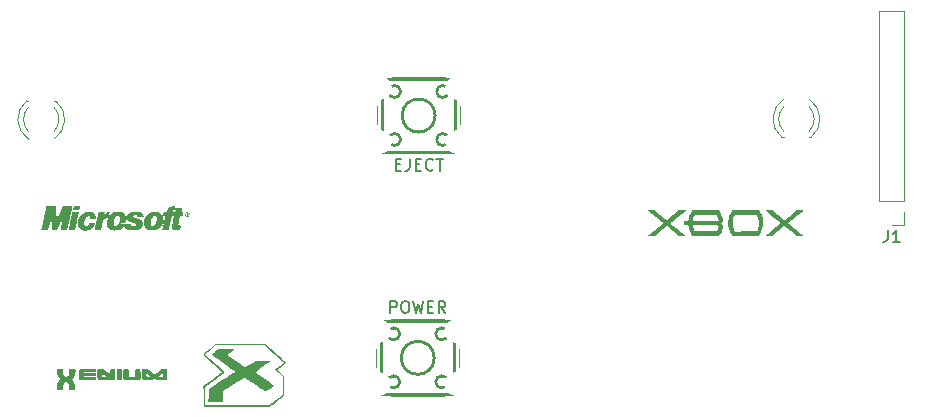
<source format=gbr>
%TF.GenerationSoftware,KiCad,Pcbnew,8.0.3*%
%TF.CreationDate,2024-07-06T14:43:37+01:00*%
%TF.ProjectId,XBox button board_no_LAN-HDD,58426f78-2062-4757-9474-6f6e20626f61,rev?*%
%TF.SameCoordinates,Original*%
%TF.FileFunction,Legend,Top*%
%TF.FilePolarity,Positive*%
%FSLAX46Y46*%
G04 Gerber Fmt 4.6, Leading zero omitted, Abs format (unit mm)*
G04 Created by KiCad (PCBNEW 8.0.3) date 2024-07-06 14:43:37*
%MOMM*%
%LPD*%
G01*
G04 APERTURE LIST*
%ADD10C,0.254000*%
%ADD11C,0.150000*%
%ADD12C,0.120000*%
%ADD13C,0.000000*%
%ADD14C,2.000000*%
%ADD15R,1.800000X1.800000*%
%ADD16C,1.800000*%
%ADD17R,2.000000X1.400000*%
%ADD18O,2.000000X1.400000*%
G04 APERTURE END LIST*
D10*
X142738030Y-90466960D02*
G75*
G02*
X141722030Y-90466960I-508000J0D01*
G01*
X141722030Y-90466960D02*
G75*
G02*
X142738030Y-90466960I508000J0D01*
G01*
X141087030Y-109913200D02*
X147284630Y-109913200D01*
X145582830Y-113012000D02*
G75*
G02*
X142788830Y-113012000I-1397000J0D01*
G01*
X142788830Y-113012000D02*
G75*
G02*
X145582830Y-113012000I1397000J0D01*
G01*
X141157020Y-95613223D02*
X147357160Y-95613223D01*
X146802030Y-90466960D02*
G75*
G02*
X145786030Y-90466960I-508000J0D01*
G01*
X145786030Y-90466960D02*
G75*
G02*
X146802030Y-90466960I508000J0D01*
G01*
X147287170Y-116113340D02*
X147287170Y-109913200D01*
X142661830Y-115044000D02*
G75*
G02*
X141645830Y-115044000I-508000J0D01*
G01*
X141645830Y-115044000D02*
G75*
G02*
X142661830Y-115044000I508000J0D01*
G01*
X141160690Y-89400160D02*
X147360830Y-89400160D01*
X141160690Y-89400160D02*
X141160690Y-95600300D01*
X142738030Y-94530960D02*
G75*
G02*
X141722030Y-94530960I-508000J0D01*
G01*
X141722030Y-94530960D02*
G75*
G02*
X142738030Y-94530960I508000J0D01*
G01*
X145659030Y-92498960D02*
G75*
G02*
X142865030Y-92498960I-1397000J0D01*
G01*
X142865030Y-92498960D02*
G75*
G02*
X145659030Y-92498960I1397000J0D01*
G01*
X146725830Y-110980000D02*
G75*
G02*
X145709830Y-110980000I-508000J0D01*
G01*
X145709830Y-110980000D02*
G75*
G02*
X146725830Y-110980000I508000J0D01*
G01*
X141087030Y-109913200D02*
X141087030Y-116110800D01*
X142661830Y-110980000D02*
G75*
G02*
X141645830Y-110980000I-508000J0D01*
G01*
X141645830Y-110980000D02*
G75*
G02*
X142661830Y-110980000I508000J0D01*
G01*
X147284630Y-116110800D02*
X141087030Y-116110800D01*
X146725830Y-115044000D02*
G75*
G02*
X145709830Y-115044000I-508000J0D01*
G01*
X145709830Y-115044000D02*
G75*
G02*
X146725830Y-115044000I508000J0D01*
G01*
X146802030Y-94530960D02*
G75*
G02*
X145786030Y-94530960I-508000J0D01*
G01*
X145786030Y-94530960D02*
G75*
G02*
X146802030Y-94530960I508000J0D01*
G01*
X147363370Y-95600300D02*
X147363370Y-89400160D01*
D11*
X142332258Y-96631009D02*
X142665591Y-96631009D01*
X142808448Y-97154819D02*
X142332258Y-97154819D01*
X142332258Y-97154819D02*
X142332258Y-96154819D01*
X142332258Y-96154819D02*
X142808448Y-96154819D01*
X143522734Y-96154819D02*
X143522734Y-96869104D01*
X143522734Y-96869104D02*
X143475115Y-97011961D01*
X143475115Y-97011961D02*
X143379877Y-97107200D01*
X143379877Y-97107200D02*
X143237020Y-97154819D01*
X143237020Y-97154819D02*
X143141782Y-97154819D01*
X143998925Y-96631009D02*
X144332258Y-96631009D01*
X144475115Y-97154819D02*
X143998925Y-97154819D01*
X143998925Y-97154819D02*
X143998925Y-96154819D01*
X143998925Y-96154819D02*
X144475115Y-96154819D01*
X145475115Y-97059580D02*
X145427496Y-97107200D01*
X145427496Y-97107200D02*
X145284639Y-97154819D01*
X145284639Y-97154819D02*
X145189401Y-97154819D01*
X145189401Y-97154819D02*
X145046544Y-97107200D01*
X145046544Y-97107200D02*
X144951306Y-97011961D01*
X144951306Y-97011961D02*
X144903687Y-96916723D01*
X144903687Y-96916723D02*
X144856068Y-96726247D01*
X144856068Y-96726247D02*
X144856068Y-96583390D01*
X144856068Y-96583390D02*
X144903687Y-96392914D01*
X144903687Y-96392914D02*
X144951306Y-96297676D01*
X144951306Y-96297676D02*
X145046544Y-96202438D01*
X145046544Y-96202438D02*
X145189401Y-96154819D01*
X145189401Y-96154819D02*
X145284639Y-96154819D01*
X145284639Y-96154819D02*
X145427496Y-96202438D01*
X145427496Y-96202438D02*
X145475115Y-96250057D01*
X145760830Y-96154819D02*
X146332258Y-96154819D01*
X146046544Y-97154819D02*
X146046544Y-96154819D01*
X183984496Y-102207819D02*
X183984496Y-102922104D01*
X183984496Y-102922104D02*
X183936877Y-103064961D01*
X183936877Y-103064961D02*
X183841639Y-103160200D01*
X183841639Y-103160200D02*
X183698782Y-103207819D01*
X183698782Y-103207819D02*
X183603544Y-103207819D01*
X184984496Y-103207819D02*
X184413068Y-103207819D01*
X184698782Y-103207819D02*
X184698782Y-102207819D01*
X184698782Y-102207819D02*
X184603544Y-102350676D01*
X184603544Y-102350676D02*
X184508306Y-102445914D01*
X184508306Y-102445914D02*
X184413068Y-102493533D01*
X141851306Y-109204819D02*
X141851306Y-108204819D01*
X141851306Y-108204819D02*
X142232258Y-108204819D01*
X142232258Y-108204819D02*
X142327496Y-108252438D01*
X142327496Y-108252438D02*
X142375115Y-108300057D01*
X142375115Y-108300057D02*
X142422734Y-108395295D01*
X142422734Y-108395295D02*
X142422734Y-108538152D01*
X142422734Y-108538152D02*
X142375115Y-108633390D01*
X142375115Y-108633390D02*
X142327496Y-108681009D01*
X142327496Y-108681009D02*
X142232258Y-108728628D01*
X142232258Y-108728628D02*
X141851306Y-108728628D01*
X143041782Y-108204819D02*
X143232258Y-108204819D01*
X143232258Y-108204819D02*
X143327496Y-108252438D01*
X143327496Y-108252438D02*
X143422734Y-108347676D01*
X143422734Y-108347676D02*
X143470353Y-108538152D01*
X143470353Y-108538152D02*
X143470353Y-108871485D01*
X143470353Y-108871485D02*
X143422734Y-109061961D01*
X143422734Y-109061961D02*
X143327496Y-109157200D01*
X143327496Y-109157200D02*
X143232258Y-109204819D01*
X143232258Y-109204819D02*
X143041782Y-109204819D01*
X143041782Y-109204819D02*
X142946544Y-109157200D01*
X142946544Y-109157200D02*
X142851306Y-109061961D01*
X142851306Y-109061961D02*
X142803687Y-108871485D01*
X142803687Y-108871485D02*
X142803687Y-108538152D01*
X142803687Y-108538152D02*
X142851306Y-108347676D01*
X142851306Y-108347676D02*
X142946544Y-108252438D01*
X142946544Y-108252438D02*
X143041782Y-108204819D01*
X143803687Y-108204819D02*
X144041782Y-109204819D01*
X144041782Y-109204819D02*
X144232258Y-108490533D01*
X144232258Y-108490533D02*
X144422734Y-109204819D01*
X144422734Y-109204819D02*
X144660830Y-108204819D01*
X145041782Y-108681009D02*
X145375115Y-108681009D01*
X145517972Y-109204819D02*
X145041782Y-109204819D01*
X145041782Y-109204819D02*
X145041782Y-108204819D01*
X145041782Y-108204819D02*
X145517972Y-108204819D01*
X146517972Y-109204819D02*
X146184639Y-108728628D01*
X145946544Y-109204819D02*
X145946544Y-108204819D01*
X145946544Y-108204819D02*
X146327496Y-108204819D01*
X146327496Y-108204819D02*
X146422734Y-108252438D01*
X146422734Y-108252438D02*
X146470353Y-108300057D01*
X146470353Y-108300057D02*
X146517972Y-108395295D01*
X146517972Y-108395295D02*
X146517972Y-108538152D01*
X146517972Y-108538152D02*
X146470353Y-108633390D01*
X146470353Y-108633390D02*
X146422734Y-108681009D01*
X146422734Y-108681009D02*
X146327496Y-108728628D01*
X146327496Y-108728628D02*
X145946544Y-108728628D01*
D12*
%TO.C,EJECT*%
X140760830Y-91700000D02*
X140760830Y-93200000D01*
X142010830Y-95700000D02*
X146510830Y-95700000D01*
X146510830Y-89200000D02*
X142010830Y-89200000D01*
X147760830Y-93200000D02*
X147760830Y-91700000D01*
%TO.C,D1*%
X111228830Y-91259000D02*
X111072830Y-91259000D01*
X113544830Y-91259000D02*
X113388830Y-91259000D01*
X111228993Y-93860130D02*
G75*
G02*
X111228830Y-91778039I1079837J1041130D01*
G01*
X111230222Y-94491335D02*
G75*
G02*
X111073314Y-91259000I1078608J1672335D01*
G01*
X113388830Y-91778039D02*
G75*
G02*
X113388667Y-93860130I-1080000J-1040961D01*
G01*
X113544346Y-91259000D02*
G75*
G02*
X113387438Y-94491335I-1235516J-1560000D01*
G01*
D13*
%TO.C,G\u002A\u002A\u002A*%
G36*
X121141551Y-113945934D02*
G01*
X121221167Y-113951673D01*
X121291624Y-113962595D01*
X121343816Y-113978317D01*
X121349218Y-113980916D01*
X121377136Y-113998721D01*
X121422271Y-114031388D01*
X121479631Y-114075140D01*
X121544226Y-114126196D01*
X121587357Y-114161206D01*
X121685760Y-114241239D01*
X121764479Y-114303559D01*
X121825583Y-114349626D01*
X121871140Y-114380901D01*
X121903217Y-114398845D01*
X121923883Y-114404917D01*
X121930855Y-114403848D01*
X121947275Y-114392576D01*
X121982395Y-114365597D01*
X122032634Y-114325761D01*
X122094411Y-114275915D01*
X122164145Y-114218909D01*
X122187509Y-114199659D01*
X122261263Y-114139573D01*
X122330488Y-114084656D01*
X122391039Y-114038082D01*
X122438767Y-114003027D01*
X122469524Y-113982666D01*
X122474156Y-113980206D01*
X122518157Y-113966779D01*
X122582134Y-113956290D01*
X122657171Y-113949241D01*
X122734354Y-113946135D01*
X122804765Y-113947472D01*
X122859488Y-113953755D01*
X122874686Y-113957665D01*
X122918589Y-113979489D01*
X122954553Y-114009244D01*
X122957165Y-114012391D01*
X122966323Y-114025592D01*
X122973343Y-114041462D01*
X122978508Y-114063770D01*
X122982100Y-114096283D01*
X122984401Y-114142769D01*
X122985694Y-114206997D01*
X122986262Y-114292733D01*
X122986387Y-114402098D01*
X122985639Y-114536050D01*
X122983408Y-114642631D01*
X122979712Y-114721414D01*
X122974568Y-114771974D01*
X122969881Y-114790883D01*
X122957741Y-114813441D01*
X122942019Y-114831418D01*
X122919574Y-114845286D01*
X122887269Y-114855520D01*
X122841965Y-114862592D01*
X122780523Y-114866976D01*
X122699804Y-114869146D01*
X122596670Y-114869574D01*
X122467982Y-114868734D01*
X122454543Y-114868608D01*
X122325883Y-114867368D01*
X122224389Y-114865667D01*
X122148236Y-114862439D01*
X122095598Y-114856616D01*
X122064653Y-114847129D01*
X122053576Y-114832911D01*
X122060543Y-114812894D01*
X122083729Y-114786012D01*
X122121310Y-114751195D01*
X122171463Y-114707377D01*
X122174515Y-114704715D01*
X122297746Y-114597186D01*
X122453596Y-114596865D01*
X122609446Y-114596544D01*
X122609446Y-114436214D01*
X122608728Y-114364112D01*
X122606282Y-114317379D01*
X122601672Y-114292419D01*
X122594462Y-114285634D01*
X122591324Y-114286839D01*
X122574704Y-114299826D01*
X122540582Y-114328573D01*
X122493086Y-114369532D01*
X122436345Y-114419153D01*
X122399230Y-114451919D01*
X122282740Y-114553929D01*
X122180281Y-114641207D01*
X122093174Y-114712700D01*
X122022742Y-114767352D01*
X121970308Y-114804109D01*
X121937194Y-114821916D01*
X121934011Y-114822879D01*
X121895771Y-114821540D01*
X121847944Y-114798442D01*
X121841319Y-114794151D01*
X121787009Y-114755456D01*
X121715452Y-114700245D01*
X121630625Y-114631761D01*
X121536504Y-114553245D01*
X121437067Y-114467939D01*
X121382431Y-114420077D01*
X121325229Y-114370099D01*
X121275699Y-114327781D01*
X121237870Y-114296493D01*
X121215770Y-114279602D01*
X121211988Y-114277595D01*
X121208653Y-114291097D01*
X121206582Y-114327661D01*
X121205976Y-114381374D01*
X121206698Y-114433445D01*
X121210417Y-114589296D01*
X121369892Y-114593457D01*
X121529367Y-114597619D01*
X121659846Y-114719799D01*
X121715020Y-114772425D01*
X121750770Y-114809334D01*
X121769638Y-114833730D01*
X121774171Y-114848818D01*
X121768579Y-114856768D01*
X121746154Y-114862110D01*
X121699424Y-114866301D01*
X121633054Y-114869376D01*
X121551710Y-114871366D01*
X121460059Y-114872304D01*
X121362765Y-114872223D01*
X121264494Y-114871157D01*
X121169914Y-114869137D01*
X121083688Y-114866196D01*
X121010484Y-114862368D01*
X120954966Y-114857686D01*
X120921801Y-114852181D01*
X120917776Y-114850781D01*
X120889304Y-114836540D01*
X120867101Y-114819204D01*
X120850513Y-114795333D01*
X120838889Y-114761486D01*
X120831575Y-114714223D01*
X120827920Y-114650102D01*
X120827271Y-114565683D01*
X120828975Y-114457526D01*
X120830569Y-114390966D01*
X120834326Y-114266547D01*
X120838628Y-114169239D01*
X120843613Y-114097162D01*
X120849421Y-114048435D01*
X120856191Y-114021178D01*
X120858115Y-114017391D01*
X120883000Y-113993742D01*
X120922924Y-113970434D01*
X120938816Y-113963651D01*
X120991268Y-113951540D01*
X121061882Y-113945762D01*
X121141551Y-113945934D01*
G37*
G36*
X116919170Y-113979151D02*
G01*
X116948335Y-114026922D01*
X116957482Y-114084775D01*
X116946579Y-114142016D01*
X116919752Y-114184018D01*
X116884166Y-114219604D01*
X116397834Y-114219604D01*
X116266382Y-114219650D01*
X116161038Y-114219905D01*
X116078912Y-114220540D01*
X116017116Y-114221727D01*
X115972761Y-114223639D01*
X115942959Y-114226448D01*
X115924821Y-114230325D01*
X115915459Y-114235444D01*
X115911984Y-114241977D01*
X115911501Y-114248599D01*
X115912275Y-114256389D01*
X115916510Y-114262642D01*
X115927075Y-114267527D01*
X115946840Y-114271213D01*
X115978673Y-114273868D01*
X116025444Y-114275662D01*
X116090022Y-114276763D01*
X116175276Y-114277339D01*
X116284075Y-114277560D01*
X116404424Y-114277595D01*
X116537159Y-114277659D01*
X116643941Y-114277966D01*
X116727815Y-114278683D01*
X116791824Y-114279980D01*
X116839009Y-114282026D01*
X116872416Y-114284991D01*
X116895087Y-114289042D01*
X116910065Y-114294350D01*
X116920393Y-114301083D01*
X116926341Y-114306590D01*
X116946480Y-114343707D01*
X116955346Y-114395892D01*
X116952559Y-114451340D01*
X116937740Y-114498247D01*
X116932768Y-114506332D01*
X116910200Y-114538554D01*
X116410850Y-114538554D01*
X116277473Y-114538598D01*
X116170241Y-114538842D01*
X116086302Y-114539451D01*
X116022807Y-114540590D01*
X115976904Y-114542426D01*
X115945743Y-114545123D01*
X115926473Y-114548847D01*
X115916243Y-114553764D01*
X115912203Y-114560039D01*
X115911501Y-114567549D01*
X115912286Y-114575405D01*
X115916570Y-114581697D01*
X115927250Y-114586598D01*
X115947223Y-114590281D01*
X115979384Y-114592921D01*
X116026631Y-114594692D01*
X116091858Y-114595765D01*
X116177963Y-114596316D01*
X116287842Y-114596518D01*
X116395220Y-114596544D01*
X116526586Y-114596607D01*
X116632092Y-114596916D01*
X116714872Y-114597650D01*
X116778059Y-114598992D01*
X116824789Y-114601120D01*
X116858195Y-114604216D01*
X116881413Y-114608460D01*
X116897577Y-114614033D01*
X116909821Y-114621114D01*
X116917137Y-114626592D01*
X116940100Y-114648981D01*
X116951544Y-114676050D01*
X116955200Y-114718369D01*
X116955337Y-114734760D01*
X116952396Y-114786804D01*
X116941579Y-114820428D01*
X116923608Y-114842441D01*
X116915121Y-114849584D01*
X116904641Y-114855473D01*
X116889482Y-114860229D01*
X116866962Y-114863972D01*
X116834398Y-114866824D01*
X116789105Y-114868905D01*
X116728401Y-114870337D01*
X116649603Y-114871239D01*
X116550026Y-114871733D01*
X116426987Y-114871939D01*
X116277804Y-114871979D01*
X116267586Y-114871978D01*
X116115163Y-114871887D01*
X115988992Y-114871555D01*
X115886328Y-114870879D01*
X115804428Y-114869757D01*
X115740548Y-114868086D01*
X115691944Y-114865761D01*
X115655874Y-114862681D01*
X115629592Y-114858741D01*
X115610355Y-114853839D01*
X115595419Y-114847871D01*
X115592840Y-114846607D01*
X115550322Y-114816693D01*
X115513005Y-114777028D01*
X115509479Y-114771997D01*
X115498525Y-114754369D01*
X115490316Y-114735935D01*
X115484455Y-114712435D01*
X115480548Y-114679606D01*
X115478202Y-114633187D01*
X115477021Y-114568918D01*
X115476610Y-114482536D01*
X115476570Y-114416577D01*
X115477129Y-114301094D01*
X115479416Y-114210733D01*
X115484344Y-114141633D01*
X115492825Y-114089932D01*
X115505773Y-114051769D01*
X115524100Y-114023282D01*
X115548720Y-114000609D01*
X115579693Y-113980391D01*
X115592761Y-113973375D01*
X115607848Y-113967560D01*
X115627706Y-113962810D01*
X115655084Y-113958991D01*
X115692733Y-113955967D01*
X115743404Y-113953605D01*
X115809847Y-113951768D01*
X115894812Y-113950321D01*
X116001051Y-113949130D01*
X116131314Y-113948059D01*
X116255900Y-113947190D01*
X116883004Y-113942985D01*
X116919170Y-113979151D01*
G37*
G36*
X118447497Y-113949282D02*
G01*
X118513467Y-113964287D01*
X118554731Y-113988564D01*
X118563870Y-114000805D01*
X118567444Y-114021329D01*
X118570897Y-114066849D01*
X118574074Y-114133365D01*
X118576819Y-114216877D01*
X118578976Y-114313386D01*
X118580388Y-114418890D01*
X118580452Y-114426221D01*
X118581210Y-114551967D01*
X118581040Y-114651477D01*
X118579842Y-114727498D01*
X118577517Y-114782778D01*
X118573966Y-114820063D01*
X118569091Y-114842102D01*
X118565199Y-114849513D01*
X118552400Y-114858861D01*
X118529149Y-114865265D01*
X118490834Y-114869192D01*
X118432844Y-114871111D01*
X118350566Y-114871491D01*
X118348967Y-114871487D01*
X118253055Y-114869793D01*
X118180851Y-114865376D01*
X118134379Y-114858395D01*
X118120242Y-114853365D01*
X118101572Y-114839496D01*
X118064251Y-114809031D01*
X118011354Y-114764580D01*
X117945954Y-114708752D01*
X117871123Y-114644156D01*
X117789937Y-114573400D01*
X117774987Y-114560300D01*
X117693921Y-114489485D01*
X117619527Y-114425026D01*
X117554695Y-114369386D01*
X117502315Y-114325029D01*
X117465280Y-114294416D01*
X117446479Y-114280011D01*
X117445112Y-114279273D01*
X117435850Y-114287129D01*
X117437303Y-114321370D01*
X117438638Y-114330015D01*
X117443435Y-114373919D01*
X117446850Y-114433427D01*
X117448100Y-114491436D01*
X117448259Y-114596544D01*
X117601392Y-114596544D01*
X117754524Y-114596544D01*
X117873224Y-114700521D01*
X117934640Y-114755137D01*
X117976064Y-114794533D01*
X117999949Y-114821844D01*
X118008748Y-114840205D01*
X118004914Y-114852752D01*
X117997235Y-114859008D01*
X117977958Y-114862320D01*
X117933679Y-114865278D01*
X117868388Y-114867765D01*
X117786076Y-114869662D01*
X117690736Y-114870851D01*
X117586358Y-114871212D01*
X117585988Y-114871212D01*
X117459400Y-114870737D01*
X117358797Y-114869469D01*
X117281173Y-114867268D01*
X117223525Y-114863993D01*
X117182848Y-114859505D01*
X117156139Y-114853665D01*
X117148573Y-114850867D01*
X117112132Y-114828654D01*
X117087456Y-114802546D01*
X117086958Y-114801645D01*
X117081565Y-114776350D01*
X117077248Y-114723521D01*
X117074064Y-114644603D01*
X117072070Y-114541040D01*
X117071323Y-114414277D01*
X117071319Y-114403067D01*
X117071319Y-114033711D01*
X117115924Y-113996178D01*
X117136822Y-113979685D01*
X117157363Y-113968166D01*
X117182856Y-113960886D01*
X117218611Y-113957111D01*
X117269936Y-113956108D01*
X117342142Y-113957143D01*
X117390268Y-113958256D01*
X117471862Y-113961855D01*
X117530821Y-113968673D01*
X117573413Y-113979642D01*
X117593236Y-113988348D01*
X117619495Y-114005437D01*
X117663739Y-114038023D01*
X117721815Y-114082882D01*
X117789566Y-114136789D01*
X117862838Y-114196520D01*
X117883191Y-114213361D01*
X118122403Y-114411966D01*
X118129652Y-114217925D01*
X118133247Y-114144559D01*
X118137965Y-114080828D01*
X118143244Y-114032774D01*
X118148522Y-114006438D01*
X118149544Y-114004283D01*
X118181906Y-113977559D01*
X118236937Y-113957644D01*
X118308767Y-113946223D01*
X118358986Y-113944147D01*
X118447497Y-113949282D01*
G37*
G36*
X114936530Y-113947452D02*
G01*
X115208362Y-113951396D01*
X115212784Y-114037242D01*
X115212363Y-114125414D01*
X115204052Y-114225311D01*
X115189378Y-114324970D01*
X115169870Y-114412431D01*
X115161200Y-114440895D01*
X115113478Y-114550673D01*
X115045670Y-114662277D01*
X114964032Y-114765413D01*
X114964013Y-114765434D01*
X114893636Y-114843132D01*
X114972847Y-114922343D01*
X115021871Y-114978364D01*
X115070710Y-115045431D01*
X115104588Y-115101519D01*
X115146740Y-115192765D01*
X115175382Y-115283639D01*
X115192081Y-115382036D01*
X115198402Y-115495853D01*
X115197931Y-115572056D01*
X115193864Y-115749113D01*
X114929281Y-115753064D01*
X114664698Y-115757016D01*
X114664698Y-115590679D01*
X114660104Y-115454215D01*
X114645853Y-115342626D01*
X114621239Y-115253207D01*
X114585557Y-115183256D01*
X114546502Y-115137550D01*
X114483545Y-115095354D01*
X114417746Y-115080130D01*
X114352741Y-115090589D01*
X114292163Y-115125438D01*
X114239648Y-115183388D01*
X114199757Y-115260690D01*
X114185849Y-115303249D01*
X114175753Y-115350781D01*
X114168583Y-115409872D01*
X114163449Y-115487108D01*
X114160799Y-115549769D01*
X114153280Y-115756362D01*
X113887071Y-115756362D01*
X113620862Y-115756362D01*
X113621114Y-115578765D01*
X113627334Y-115425264D01*
X113646620Y-115293624D01*
X113680615Y-115179054D01*
X113730962Y-115076763D01*
X113799305Y-114981961D01*
X113842171Y-114934377D01*
X113929449Y-114843485D01*
X113869033Y-114777942D01*
X113773860Y-114656952D01*
X113698305Y-114523864D01*
X113656097Y-114416633D01*
X113638355Y-114354217D01*
X113626798Y-114295086D01*
X113620060Y-114229221D01*
X113616773Y-114146604D01*
X113616384Y-114125542D01*
X113613613Y-113951396D01*
X113883465Y-113947459D01*
X114153318Y-113943522D01*
X114161407Y-114157676D01*
X114166375Y-114262090D01*
X114173175Y-114342596D01*
X114183035Y-114404274D01*
X114197182Y-114452205D01*
X114216843Y-114491471D01*
X114243244Y-114527151D01*
X114253434Y-114538771D01*
X114316967Y-114591977D01*
X114384679Y-114617659D01*
X114453547Y-114615599D01*
X114520549Y-114585580D01*
X114552208Y-114560205D01*
X114592216Y-114513298D01*
X114622485Y-114454449D01*
X114643904Y-114380005D01*
X114657366Y-114286315D01*
X114663760Y-114169728D01*
X114664588Y-114099678D01*
X114664698Y-113943507D01*
X114936530Y-113947452D01*
G37*
G36*
X119568866Y-113948970D02*
G01*
X119633366Y-113962312D01*
X119680304Y-113982483D01*
X119703975Y-114007600D01*
X119710293Y-114026722D01*
X119715000Y-114049474D01*
X119718355Y-114080295D01*
X119720617Y-114123628D01*
X119722044Y-114183912D01*
X119722894Y-114265589D01*
X119723292Y-114339210D01*
X119724401Y-114596544D01*
X119992609Y-114596544D01*
X120260816Y-114596544D01*
X120261030Y-114324712D01*
X120261968Y-114211593D01*
X120264659Y-114125515D01*
X120269216Y-114064571D01*
X120275755Y-114026852D01*
X120279530Y-114016636D01*
X120313836Y-113980621D01*
X120374174Y-113957056D01*
X120460623Y-113945915D01*
X120494241Y-113944965D01*
X120585845Y-113950206D01*
X120651922Y-113967629D01*
X120692067Y-113997112D01*
X120697920Y-114006197D01*
X120703599Y-114030927D01*
X120708720Y-114079617D01*
X120713192Y-114147234D01*
X120716920Y-114228747D01*
X120719810Y-114319123D01*
X120721771Y-114413331D01*
X120722708Y-114506338D01*
X120722528Y-114593113D01*
X120721137Y-114668623D01*
X120718443Y-114727836D01*
X120714352Y-114765720D01*
X120712165Y-114774135D01*
X120689088Y-114808631D01*
X120653518Y-114840052D01*
X120648992Y-114842945D01*
X120636261Y-114850032D01*
X120621659Y-114855858D01*
X120602394Y-114860548D01*
X120575675Y-114864223D01*
X120538711Y-114867007D01*
X120488712Y-114869023D01*
X120422886Y-114870394D01*
X120338442Y-114871243D01*
X120232591Y-114871694D01*
X120102540Y-114871868D01*
X119992609Y-114871893D01*
X119843449Y-114871840D01*
X119720494Y-114871600D01*
X119620953Y-114871050D01*
X119542034Y-114870066D01*
X119480947Y-114868526D01*
X119434900Y-114866306D01*
X119401103Y-114863284D01*
X119376766Y-114859335D01*
X119359096Y-114854338D01*
X119345303Y-114848169D01*
X119336225Y-114842945D01*
X119300678Y-114813836D01*
X119276311Y-114780785D01*
X119274610Y-114776815D01*
X119269632Y-114748663D01*
X119265746Y-114696797D01*
X119262934Y-114626481D01*
X119261181Y-114542974D01*
X119260470Y-114451540D01*
X119260784Y-114357439D01*
X119262108Y-114265933D01*
X119264425Y-114182284D01*
X119267718Y-114111752D01*
X119271971Y-114059601D01*
X119276933Y-114031737D01*
X119302224Y-113990906D01*
X119346568Y-113963469D01*
X119412777Y-113948284D01*
X119492437Y-113944147D01*
X119568866Y-113948970D01*
G37*
G36*
X118988336Y-113951910D02*
G01*
X119034507Y-113954282D01*
X119064988Y-113959762D01*
X119086430Y-113969597D01*
X119105483Y-113985036D01*
X119107095Y-113986543D01*
X119144492Y-114021690D01*
X119144492Y-114402167D01*
X119144159Y-114505322D01*
X119143223Y-114599652D01*
X119141773Y-114681049D01*
X119139902Y-114745407D01*
X119137702Y-114788619D01*
X119135486Y-114806112D01*
X119110352Y-114837255D01*
X119061865Y-114858172D01*
X118988486Y-114869324D01*
X118916873Y-114871560D01*
X118855575Y-114869608D01*
X118802799Y-114864788D01*
X118767218Y-114858003D01*
X118760303Y-114855260D01*
X118741294Y-114844045D01*
X118726390Y-114831340D01*
X118715090Y-114813725D01*
X118706896Y-114787779D01*
X118701310Y-114750081D01*
X118697832Y-114697212D01*
X118695964Y-114625751D01*
X118695207Y-114532277D01*
X118695063Y-114413371D01*
X118695063Y-114407830D01*
X118695063Y-114021690D01*
X118732510Y-113986543D01*
X118751683Y-113970604D01*
X118772712Y-113960368D01*
X118802249Y-113954587D01*
X118846946Y-113952013D01*
X118913454Y-113951398D01*
X118919827Y-113951396D01*
X118988336Y-113951910D01*
G37*
G36*
X168576316Y-100513074D02*
G01*
X169705767Y-100513255D01*
X169782343Y-100632201D01*
X169898735Y-100844430D01*
X169985505Y-101076057D01*
X170005855Y-101148554D01*
X170033253Y-101261243D01*
X170046338Y-101341909D01*
X170044435Y-101397657D01*
X170026868Y-101435592D01*
X169992962Y-101462817D01*
X169975098Y-101472097D01*
X169929129Y-101498196D01*
X169908217Y-101528676D01*
X169902695Y-101580109D01*
X169902586Y-101596404D01*
X169905962Y-101654896D01*
X169922535Y-101688676D01*
X169961972Y-101714315D01*
X169975098Y-101720711D01*
X170015405Y-101744667D01*
X170038950Y-101775050D01*
X170046875Y-101819830D01*
X170040325Y-101886980D01*
X170020444Y-101984469D01*
X170015834Y-102004573D01*
X169971900Y-102158090D01*
X169912174Y-102315693D01*
X169843302Y-102461444D01*
X169782636Y-102563953D01*
X169705767Y-102677901D01*
X168576648Y-102683034D01*
X167447529Y-102688167D01*
X167366068Y-102561609D01*
X167284686Y-102416485D01*
X167212186Y-102252150D01*
X167155302Y-102085612D01*
X167122972Y-101947599D01*
X167097605Y-101797395D01*
X167474963Y-101797395D01*
X167489483Y-101885446D01*
X167508755Y-101964742D01*
X167540884Y-102061375D01*
X167579529Y-102158653D01*
X167618349Y-102239883D01*
X167634535Y-102267287D01*
X167666021Y-102315340D01*
X168575436Y-102315340D01*
X169484851Y-102315340D01*
X169526420Y-102248007D01*
X169552273Y-102197071D01*
X169583289Y-102123031D01*
X169615245Y-102037787D01*
X169643921Y-101953243D01*
X169665094Y-101881299D01*
X169674543Y-101833858D01*
X169674690Y-101829998D01*
X169671473Y-101822795D01*
X169659682Y-101816725D01*
X169636113Y-101811692D01*
X169597556Y-101807603D01*
X169540806Y-101804362D01*
X169462655Y-101801874D01*
X169359896Y-101800044D01*
X169229324Y-101798776D01*
X169067729Y-101797977D01*
X168871907Y-101797550D01*
X168638649Y-101797400D01*
X168574827Y-101797395D01*
X167474963Y-101797395D01*
X167097605Y-101797395D01*
X166925544Y-101797395D01*
X166753483Y-101797395D01*
X166753483Y-101600576D01*
X166753483Y-101403757D01*
X166929584Y-101403757D01*
X167473309Y-101403757D01*
X168574000Y-101403757D01*
X168818862Y-101403634D01*
X169025407Y-101403207D01*
X169196752Y-101402391D01*
X169336014Y-101401102D01*
X169446310Y-101399255D01*
X169530759Y-101396764D01*
X169592476Y-101393544D01*
X169634581Y-101389511D01*
X169660189Y-101384580D01*
X169672419Y-101378665D01*
X169674690Y-101373750D01*
X169667351Y-101330215D01*
X169648081Y-101260483D01*
X169621002Y-101176559D01*
X169590234Y-101090447D01*
X169559898Y-101014151D01*
X169534115Y-100959675D01*
X169530296Y-100953146D01*
X169488839Y-100885813D01*
X168576648Y-100885813D01*
X167664456Y-100885813D01*
X167623163Y-100953146D01*
X167576020Y-101044897D01*
X167531737Y-101156231D01*
X167498098Y-101266187D01*
X167486527Y-101321101D01*
X167473309Y-101403757D01*
X166929584Y-101403757D01*
X167014900Y-101403199D01*
X167066975Y-101400022D01*
X167094002Y-101391970D01*
X167104172Y-101376788D01*
X167105685Y-101355277D01*
X167116389Y-101259519D01*
X167145981Y-101139313D01*
X167190678Y-101004894D01*
X167246699Y-100866498D01*
X167310262Y-100734360D01*
X167377586Y-100618718D01*
X167378088Y-100617950D01*
X167446865Y-100512893D01*
X168576316Y-100513074D01*
G37*
G36*
X164611029Y-100818480D02*
G01*
X164728110Y-100913978D01*
X164844043Y-101008578D01*
X164951731Y-101096486D01*
X165044075Y-101171907D01*
X165113978Y-101229046D01*
X165132425Y-101244141D01*
X165279087Y-101364214D01*
X165800308Y-100938553D01*
X166321529Y-100512893D01*
X166599659Y-100512893D01*
X166701591Y-100513514D01*
X166786745Y-100515216D01*
X166847552Y-100517759D01*
X166876441Y-100520899D01*
X166877790Y-100521773D01*
X166862271Y-100536347D01*
X166817968Y-100574247D01*
X166748255Y-100632675D01*
X166656509Y-100708830D01*
X166546108Y-100799916D01*
X166420427Y-100903133D01*
X166282844Y-101015681D01*
X166223999Y-101063694D01*
X166057102Y-101200168D01*
X165920261Y-101313063D01*
X165811057Y-101404533D01*
X165727070Y-101476735D01*
X165665882Y-101531822D01*
X165625074Y-101571952D01*
X165602225Y-101599279D01*
X165594918Y-101615957D01*
X165597286Y-101622045D01*
X165618885Y-101640352D01*
X165669022Y-101681847D01*
X165744088Y-101743574D01*
X165840476Y-101822576D01*
X165954577Y-101915898D01*
X166082782Y-102020583D01*
X166221485Y-102133674D01*
X166263386Y-102167807D01*
X166902408Y-102688260D01*
X166613193Y-102688260D01*
X166323978Y-102688260D01*
X165802534Y-102261553D01*
X165281090Y-101834847D01*
X165038371Y-102031460D01*
X164932843Y-102117149D01*
X164808517Y-102218426D01*
X164678581Y-102324531D01*
X164556218Y-102424705D01*
X164515963Y-102457735D01*
X164236272Y-102687397D01*
X163947259Y-102687828D01*
X163839270Y-102686782D01*
X163754549Y-102683538D01*
X163698672Y-102678464D01*
X163677216Y-102671927D01*
X163677928Y-102670066D01*
X163697856Y-102653357D01*
X163746363Y-102613402D01*
X163819894Y-102553108D01*
X163914893Y-102475386D01*
X164027802Y-102383143D01*
X164155066Y-102279289D01*
X164293128Y-102166733D01*
X164335404Y-102132288D01*
X164475193Y-102018102D01*
X164604445Y-101911934D01*
X164719730Y-101816646D01*
X164817617Y-101735101D01*
X164894674Y-101670160D01*
X164947471Y-101624687D01*
X164972577Y-101601543D01*
X164974202Y-101599343D01*
X164958888Y-101583792D01*
X164914756Y-101545006D01*
X164845194Y-101485816D01*
X164753592Y-101409057D01*
X164643337Y-101317562D01*
X164517819Y-101214165D01*
X164380425Y-101101699D01*
X164326049Y-101057371D01*
X164184742Y-100942283D01*
X164053614Y-100835442D01*
X163936108Y-100739659D01*
X163835669Y-100657744D01*
X163755743Y-100592506D01*
X163699773Y-100546754D01*
X163671205Y-100523299D01*
X163668260Y-100520826D01*
X163684512Y-100517976D01*
X163735058Y-100515580D01*
X163812757Y-100513840D01*
X163910468Y-100512960D01*
X163947962Y-100512893D01*
X164236296Y-100512893D01*
X164611029Y-100818480D01*
G37*
G36*
X174709721Y-100937287D02*
G01*
X175230804Y-101362835D01*
X175306621Y-101301976D01*
X175342655Y-101272833D01*
X175405723Y-101221591D01*
X175490770Y-101152367D01*
X175592741Y-101069279D01*
X175706583Y-100976442D01*
X175827239Y-100877972D01*
X175827871Y-100877457D01*
X176273303Y-100513796D01*
X176563352Y-100513805D01*
X176677450Y-100514047D01*
X176755429Y-100515283D01*
X176802606Y-100518292D01*
X176824300Y-100523855D01*
X176825825Y-100532750D01*
X176812500Y-100545756D01*
X176807641Y-100549609D01*
X176710758Y-100626168D01*
X176599478Y-100715402D01*
X176477719Y-100814051D01*
X176349398Y-100918854D01*
X176218432Y-101026548D01*
X176088740Y-101133872D01*
X175964237Y-101237565D01*
X175848843Y-101334365D01*
X175746475Y-101421010D01*
X175661049Y-101494240D01*
X175596484Y-101550791D01*
X175556697Y-101587404D01*
X175545300Y-101600576D01*
X175561791Y-101617084D01*
X175606591Y-101656622D01*
X175675896Y-101716031D01*
X175765907Y-101792150D01*
X175872822Y-101881819D01*
X175992839Y-101981879D01*
X176122159Y-102089170D01*
X176256979Y-102200531D01*
X176393498Y-102312803D01*
X176527916Y-102422825D01*
X176656430Y-102527438D01*
X176775241Y-102623481D01*
X176791248Y-102636356D01*
X176853401Y-102686314D01*
X176563352Y-102686471D01*
X176273303Y-102686628D01*
X175817512Y-102312724D01*
X175696292Y-102213376D01*
X175582454Y-102120257D01*
X175480830Y-102037303D01*
X175396249Y-101968452D01*
X175333542Y-101917642D01*
X175297539Y-101888809D01*
X175295606Y-101887296D01*
X175229492Y-101835771D01*
X174707979Y-102262015D01*
X174186466Y-102688260D01*
X173909126Y-102688260D01*
X173807350Y-102687616D01*
X173722361Y-102685854D01*
X173661742Y-102683223D01*
X173633073Y-102679973D01*
X173631786Y-102679089D01*
X173647303Y-102664423D01*
X173691531Y-102626556D01*
X173760987Y-102568375D01*
X173852189Y-102492764D01*
X173961655Y-102402608D01*
X174085900Y-102300793D01*
X174221443Y-102190205D01*
X174248140Y-102168477D01*
X174387249Y-102055186D01*
X174517336Y-101949020D01*
X174634634Y-101853070D01*
X174735374Y-101770428D01*
X174815790Y-101704184D01*
X174872114Y-101657431D01*
X174900578Y-101633259D01*
X174902156Y-101631824D01*
X174910167Y-101622061D01*
X174911987Y-101610175D01*
X174904898Y-101593659D01*
X174886182Y-101570005D01*
X174853122Y-101536708D01*
X174803000Y-101491261D01*
X174733097Y-101431156D01*
X174640696Y-101353888D01*
X174523080Y-101256948D01*
X174377530Y-101137832D01*
X174282106Y-101059933D01*
X173624393Y-100523252D01*
X173906516Y-100517496D01*
X174188639Y-100511740D01*
X174709721Y-100937287D01*
G37*
G36*
X171970301Y-100517896D02*
G01*
X173103483Y-100523252D01*
X173200738Y-100685457D01*
X173319325Y-100922687D01*
X173398919Y-101173831D01*
X173439561Y-101439043D01*
X173445326Y-101589415D01*
X173427589Y-101854584D01*
X173375492Y-102108472D01*
X173290708Y-102345091D01*
X173174908Y-102558450D01*
X173174696Y-102558774D01*
X173089880Y-102688260D01*
X171962125Y-102688260D01*
X170834371Y-102688260D01*
X170764997Y-102579491D01*
X170695910Y-102465447D01*
X170641994Y-102360682D01*
X170595102Y-102247843D01*
X170553440Y-102128880D01*
X170531460Y-102059743D01*
X170515769Y-101999928D01*
X170505288Y-101940009D01*
X170498935Y-101870557D01*
X170495631Y-101782148D01*
X170494294Y-101665355D01*
X170494076Y-101610935D01*
X170494116Y-101600576D01*
X170855604Y-101600576D01*
X170864369Y-101785272D01*
X170892985Y-101948328D01*
X170944935Y-102106171D01*
X170979722Y-102186070D01*
X171040089Y-102315772D01*
X171955608Y-102310376D01*
X172871126Y-102304981D01*
X172909972Y-102252944D01*
X172968867Y-102148028D01*
X173015531Y-102012826D01*
X173048778Y-101856989D01*
X173067422Y-101690167D01*
X173070276Y-101522011D01*
X173056154Y-101362172D01*
X173033101Y-101251329D01*
X173004211Y-101157606D01*
X172970205Y-101064086D01*
X172938257Y-100990437D01*
X172937118Y-100988173D01*
X172885248Y-100885813D01*
X171962567Y-100885813D01*
X171039887Y-100885813D01*
X170979621Y-101015299D01*
X170915073Y-101176546D01*
X170875555Y-101335099D01*
X170857591Y-101507361D01*
X170855604Y-101600576D01*
X170494116Y-101600576D01*
X170494614Y-101470271D01*
X170497664Y-101362246D01*
X170503928Y-101278106D01*
X170514111Y-101209093D01*
X170528915Y-101146453D01*
X170532344Y-101134426D01*
X170578484Y-100998394D01*
X170637672Y-100856117D01*
X170702973Y-100722854D01*
X170767455Y-100613865D01*
X170771780Y-100607507D01*
X170837119Y-100512540D01*
X171970301Y-100517896D01*
G37*
D12*
%TO.C,J1*%
X183257830Y-99693000D02*
X183257830Y-83633000D01*
X185377830Y-83633000D02*
X183257830Y-83633000D01*
X185377830Y-99693000D02*
X183257830Y-99693000D01*
X185377830Y-99693000D02*
X185377830Y-83633000D01*
X185377830Y-100693000D02*
X185377830Y-101753000D01*
X185377830Y-101753000D02*
X184317830Y-101753000D01*
%TO.C,POWER*%
X140660830Y-112250000D02*
X140660830Y-113750000D01*
X141910830Y-116250000D02*
X146410830Y-116250000D01*
X146410830Y-109750000D02*
X141910830Y-109750000D01*
X147660830Y-113750000D02*
X147660830Y-112250000D01*
D13*
%TO.C,G\u002A\u002A\u002A*%
G36*
X128201064Y-112239151D02*
G01*
X128340130Y-112239636D01*
X128462985Y-112240398D01*
X128565577Y-112241395D01*
X128643851Y-112242589D01*
X128693755Y-112243941D01*
X128711234Y-112245407D01*
X128697980Y-112258894D01*
X128662923Y-112288710D01*
X128613119Y-112328891D01*
X128603094Y-112336794D01*
X128548157Y-112380356D01*
X128473868Y-112439817D01*
X128389133Y-112508024D01*
X128302857Y-112577823D01*
X128284641Y-112592611D01*
X128074327Y-112763468D01*
X128794371Y-113271612D01*
X128938751Y-113373030D01*
X129074765Y-113467664D01*
X129199390Y-113553474D01*
X129309601Y-113628419D01*
X129402373Y-113690459D01*
X129474683Y-113737553D01*
X129523505Y-113767663D01*
X129545815Y-113778746D01*
X129546192Y-113778764D01*
X129569578Y-113769612D01*
X129620114Y-113744227D01*
X129693555Y-113704930D01*
X129785655Y-113654042D01*
X129892169Y-113593886D01*
X130008852Y-113526783D01*
X130038462Y-113509573D01*
X130498955Y-113241374D01*
X131119060Y-113246171D01*
X131739166Y-113250969D01*
X131100433Y-113722326D01*
X130966612Y-113821354D01*
X130842333Y-113913847D01*
X130730578Y-113997548D01*
X130634331Y-114070199D01*
X130556572Y-114129541D01*
X130500286Y-114173315D01*
X130468454Y-114199265D01*
X130462290Y-114205528D01*
X130476706Y-114218223D01*
X130517904Y-114250311D01*
X130583155Y-114299761D01*
X130669728Y-114364542D01*
X130774893Y-114442624D01*
X130895921Y-114531974D01*
X131030082Y-114630563D01*
X131174646Y-114736360D01*
X131237236Y-114782038D01*
X131385302Y-114890219D01*
X131524082Y-114992021D01*
X131650850Y-115085417D01*
X131762879Y-115168378D01*
X131857442Y-115238876D01*
X131931811Y-115294881D01*
X131983260Y-115334366D01*
X132009061Y-115355301D01*
X132011593Y-115358068D01*
X131997113Y-115371368D01*
X131957117Y-115400940D01*
X131896775Y-115443346D01*
X131821257Y-115495151D01*
X131735732Y-115552919D01*
X131645370Y-115613213D01*
X131555340Y-115672598D01*
X131470813Y-115727638D01*
X131396957Y-115774896D01*
X131338942Y-115810936D01*
X131301937Y-115832323D01*
X131291426Y-115836743D01*
X131273371Y-115826704D01*
X131227913Y-115797957D01*
X131157791Y-115752322D01*
X131065743Y-115691619D01*
X130954508Y-115617666D01*
X130826826Y-115532284D01*
X130685435Y-115437292D01*
X130533074Y-115334510D01*
X130408037Y-115249869D01*
X130249251Y-115142445D01*
X130099480Y-115041545D01*
X129961434Y-114948966D01*
X129837827Y-114866509D01*
X129731369Y-114795970D01*
X129644773Y-114739148D01*
X129580750Y-114697842D01*
X129542012Y-114673849D01*
X129531069Y-114668318D01*
X129513746Y-114678426D01*
X129468036Y-114705809D01*
X129396708Y-114748793D01*
X129302532Y-114805700D01*
X129188277Y-114874856D01*
X129056713Y-114954583D01*
X128910609Y-115043206D01*
X128752735Y-115139048D01*
X128604655Y-115229011D01*
X127690129Y-115784800D01*
X127690129Y-116282026D01*
X127690129Y-116779253D01*
X127079033Y-116779253D01*
X126467937Y-116779253D01*
X126472751Y-116201116D01*
X126477566Y-115622979D01*
X127605820Y-114910144D01*
X127789276Y-114793961D01*
X127963331Y-114683200D01*
X128125578Y-114579423D01*
X128273615Y-114484193D01*
X128405037Y-114399074D01*
X128517440Y-114325629D01*
X128608420Y-114265421D01*
X128675573Y-114220012D01*
X128716493Y-114190966D01*
X128728896Y-114179989D01*
X128713608Y-114166602D01*
X128671188Y-114133702D01*
X128604091Y-114083099D01*
X128514771Y-114016604D01*
X128405682Y-113936027D01*
X128279277Y-113843177D01*
X128138010Y-113739864D01*
X127984335Y-113627900D01*
X127820706Y-113509093D01*
X127746515Y-113455353D01*
X127578778Y-113333851D01*
X127419465Y-113218274D01*
X127271084Y-113110454D01*
X127136146Y-113012223D01*
X127017159Y-112925411D01*
X126916634Y-112851853D01*
X126837080Y-112793379D01*
X126781006Y-112751821D01*
X126750922Y-112729012D01*
X126746629Y-112725452D01*
X126744647Y-112713931D01*
X126757821Y-112694911D01*
X126789036Y-112666020D01*
X126841179Y-112624886D01*
X126917134Y-112569135D01*
X127019786Y-112496397D01*
X127056197Y-112470924D01*
X127388447Y-112238980D01*
X128049841Y-112238980D01*
X128201064Y-112239151D01*
G37*
G36*
X129176202Y-111820642D02*
G01*
X131273115Y-111821133D01*
X132155279Y-112592595D01*
X132308105Y-112726573D01*
X132452354Y-112853670D01*
X132585744Y-112971835D01*
X132705994Y-113079018D01*
X132810826Y-113173167D01*
X132897958Y-113252232D01*
X132965110Y-113314163D01*
X133010001Y-113356907D01*
X133030353Y-113378416D01*
X133031323Y-113380449D01*
X133016149Y-113396185D01*
X132976721Y-113431772D01*
X132916918Y-113483855D01*
X132840620Y-113549084D01*
X132751709Y-113624106D01*
X132677946Y-113685726D01*
X132581663Y-113765884D01*
X132494532Y-113838532D01*
X132420526Y-113900350D01*
X132363619Y-113948017D01*
X132327782Y-113978211D01*
X132317097Y-113987416D01*
X132326023Y-114002743D01*
X132358637Y-114038426D01*
X132411204Y-114090782D01*
X132479984Y-114156131D01*
X132561242Y-114230792D01*
X132595166Y-114261332D01*
X132886827Y-114522443D01*
X132886107Y-115372779D01*
X132885387Y-116223115D01*
X132490142Y-116523977D01*
X132369732Y-116615591D01*
X132244219Y-116711014D01*
X132120938Y-116804675D01*
X132007224Y-116891002D01*
X131910411Y-116964424D01*
X131859980Y-117002620D01*
X131625062Y-117180402D01*
X128846181Y-117180402D01*
X126067301Y-117180402D01*
X126067256Y-116692641D01*
X126066736Y-116533870D01*
X126065304Y-116360717D01*
X126063115Y-116184619D01*
X126060319Y-116017011D01*
X126057070Y-115869329D01*
X126055513Y-115812849D01*
X126045992Y-115493754D01*
X126173888Y-115493754D01*
X126184413Y-115984477D01*
X126187376Y-116133945D01*
X126190016Y-116288880D01*
X126192210Y-116440234D01*
X126193834Y-116578959D01*
X126194764Y-116696010D01*
X126194939Y-116754864D01*
X126194939Y-117034529D01*
X128879899Y-117033928D01*
X131564860Y-117033328D01*
X132157466Y-116581030D01*
X132750072Y-116128732D01*
X132754823Y-115355066D01*
X132759574Y-114581400D01*
X132449374Y-114284014D01*
X132139174Y-113986627D01*
X132490208Y-113694247D01*
X132586565Y-113613312D01*
X132673113Y-113539318D01*
X132746022Y-113475648D01*
X132801458Y-113425682D01*
X132835589Y-113392805D01*
X132844973Y-113381120D01*
X132832236Y-113365754D01*
X132794243Y-113328760D01*
X132733390Y-113272283D01*
X132652074Y-113198470D01*
X132552689Y-113109468D01*
X132437632Y-113007423D01*
X132309300Y-112894482D01*
X132170088Y-112772792D01*
X132033559Y-112654171D01*
X131218413Y-111947969D01*
X129157968Y-111947627D01*
X127097523Y-111947285D01*
X126650789Y-112304433D01*
X126524826Y-112405429D01*
X126424639Y-112486636D01*
X126347294Y-112550749D01*
X126289854Y-112600461D01*
X126249384Y-112638467D01*
X126222949Y-112667462D01*
X126207612Y-112690141D01*
X126200440Y-112709197D01*
X126198900Y-112719232D01*
X126198769Y-112731992D01*
X126202066Y-112745699D01*
X126210866Y-112762239D01*
X126227241Y-112783496D01*
X126253263Y-112811355D01*
X126291005Y-112847700D01*
X126342541Y-112894415D01*
X126409943Y-112953387D01*
X126495283Y-113026498D01*
X126600636Y-113115634D01*
X126728073Y-113222679D01*
X126879667Y-113349517D01*
X127033107Y-113477676D01*
X127183602Y-113603500D01*
X127325429Y-113722416D01*
X127456163Y-113832367D01*
X127573384Y-113931301D01*
X127674666Y-114017164D01*
X127757588Y-114087901D01*
X127819726Y-114141458D01*
X127858657Y-114175782D01*
X127871960Y-114188803D01*
X127857772Y-114201428D01*
X127817094Y-114234149D01*
X127752470Y-114284998D01*
X127666443Y-114352004D01*
X127561557Y-114433197D01*
X127440356Y-114526609D01*
X127305384Y-114630268D01*
X127159184Y-114742206D01*
X127022669Y-114846446D01*
X126173888Y-115493754D01*
X126045992Y-115493754D01*
X126043816Y-115420818D01*
X126743892Y-114880272D01*
X126887402Y-114769454D01*
X127025362Y-114662900D01*
X127154420Y-114563201D01*
X127271225Y-114472947D01*
X127372425Y-114394728D01*
X127454669Y-114331134D01*
X127514605Y-114284754D01*
X127547984Y-114258877D01*
X127651998Y-114178028D01*
X126850513Y-113495690D01*
X126049029Y-112813352D01*
X126053606Y-112727013D01*
X126058184Y-112640674D01*
X126568736Y-112230413D01*
X127079289Y-111820151D01*
X129176202Y-111820642D01*
G37*
D12*
%TO.C,D2*%
X175014000Y-94350000D02*
X175170000Y-94350000D01*
X177330000Y-94350000D02*
X177486000Y-94350000D01*
X175014484Y-94350000D02*
G75*
G02*
X175171392Y-91117665I1235516J1560000D01*
G01*
X175170000Y-93830961D02*
G75*
G02*
X175170163Y-91748870I1080000J1040961D01*
G01*
X177328608Y-91117665D02*
G75*
G02*
X177485516Y-94350000I-1078608J-1672335D01*
G01*
X177329837Y-91748870D02*
G75*
G02*
X177330000Y-93830961I-1079837J-1041130D01*
G01*
D13*
%TO.C,G\u002A\u002A\u002A*%
G36*
X118934461Y-100629314D02*
G01*
X119066813Y-100652272D01*
X119183963Y-100694965D01*
X119284781Y-100756414D01*
X119368137Y-100835642D01*
X119432898Y-100931673D01*
X119477934Y-101043528D01*
X119502114Y-101170231D01*
X119506125Y-101247609D01*
X119504693Y-101310439D01*
X119500261Y-101371796D01*
X119493690Y-101420897D01*
X119491459Y-101431503D01*
X119476084Y-101495591D01*
X119252768Y-101566795D01*
X119157835Y-101597858D01*
X119087170Y-101622751D01*
X119041005Y-101641371D01*
X119019570Y-101653614D01*
X119023099Y-101659378D01*
X119045815Y-101659111D01*
X119066214Y-101658523D01*
X119109450Y-101658072D01*
X119172107Y-101657767D01*
X119250768Y-101657616D01*
X119342018Y-101657628D01*
X119442440Y-101657811D01*
X119497634Y-101657979D01*
X119918442Y-101659432D01*
X119918442Y-101724523D01*
X119928099Y-101787141D01*
X119957478Y-101833655D01*
X120007199Y-101864533D01*
X120077878Y-101880240D01*
X120127600Y-101882584D01*
X120204628Y-101875419D01*
X120267019Y-101855489D01*
X120312581Y-101825143D01*
X120339121Y-101786728D01*
X120344447Y-101742593D01*
X120326367Y-101695086D01*
X120316131Y-101680630D01*
X120291750Y-101654807D01*
X120260360Y-101632872D01*
X120217461Y-101612785D01*
X120158552Y-101592509D01*
X120079135Y-101570004D01*
X120061866Y-101565442D01*
X119926843Y-101524926D01*
X119816028Y-101479869D01*
X119727561Y-101428859D01*
X119659585Y-101370484D01*
X119610241Y-101303333D01*
X119577671Y-101225996D01*
X119568713Y-101190915D01*
X119562128Y-101110050D01*
X119572940Y-101022014D01*
X119599646Y-100937863D01*
X119604561Y-100927035D01*
X119652388Y-100854956D01*
X119723155Y-100789448D01*
X119813962Y-100732423D01*
X119921913Y-100685793D01*
X120010324Y-100659305D01*
X120088200Y-100644676D01*
X120181719Y-100634629D01*
X120283846Y-100629229D01*
X120387547Y-100628539D01*
X120485786Y-100632626D01*
X120571529Y-100641552D01*
X120631541Y-100653595D01*
X120743559Y-100692975D01*
X120832217Y-100743184D01*
X120898443Y-100805090D01*
X120943168Y-100879561D01*
X120967284Y-100967223D01*
X120971183Y-101016065D01*
X120969666Y-101063053D01*
X120967940Y-101075210D01*
X120959304Y-101121240D01*
X120703930Y-101121240D01*
X120448556Y-101121240D01*
X120448556Y-101068941D01*
X120441449Y-101021992D01*
X120416447Y-100980909D01*
X120410714Y-100974289D01*
X120387916Y-100951386D01*
X120365139Y-100938073D01*
X120333736Y-100931186D01*
X120285059Y-100927557D01*
X120282729Y-100927440D01*
X120228532Y-100926516D01*
X120190901Y-100931340D01*
X120160486Y-100943490D01*
X120149598Y-100949902D01*
X120107164Y-100987221D01*
X120089514Y-101029500D01*
X120097327Y-101074940D01*
X120100167Y-101080828D01*
X120118307Y-101106252D01*
X120146320Y-101127786D01*
X120187829Y-101146934D01*
X120246457Y-101165201D01*
X120325827Y-101184092D01*
X120372161Y-101193784D01*
X120503285Y-101223112D01*
X120610809Y-101253927D01*
X120697388Y-101287980D01*
X120765672Y-101327021D01*
X120818317Y-101372803D01*
X120857973Y-101427075D01*
X120887295Y-101491589D01*
X120903227Y-101544308D01*
X120916687Y-101647632D01*
X120905729Y-101750836D01*
X120872026Y-101850871D01*
X120817251Y-101944690D01*
X120743075Y-102029246D01*
X120651171Y-102101490D01*
X120573785Y-102144732D01*
X120510421Y-102173471D01*
X120453824Y-102195072D01*
X120398412Y-102210518D01*
X120338604Y-102220793D01*
X120268818Y-102226882D01*
X120183473Y-102229768D01*
X120087574Y-102230439D01*
X119978519Y-102229282D01*
X119890065Y-102225154D01*
X119816634Y-102217074D01*
X119752649Y-102204060D01*
X119692533Y-102185130D01*
X119630708Y-102159302D01*
X119599463Y-102144495D01*
X119513528Y-102090153D01*
X119443951Y-102020612D01*
X119393432Y-101939836D01*
X119364673Y-101851787D01*
X119358924Y-101791597D01*
X119358800Y-101744755D01*
X119317717Y-101816951D01*
X119290011Y-101857988D01*
X119249478Y-101908667D01*
X119202734Y-101960985D01*
X119176729Y-101987600D01*
X119071022Y-102078522D01*
X118959945Y-102146718D01*
X118839498Y-102193846D01*
X118705682Y-102221570D01*
X118591140Y-102230734D01*
X118523791Y-102231696D01*
X118458380Y-102230271D01*
X118404063Y-102226768D01*
X118379029Y-102223522D01*
X118253388Y-102189093D01*
X118143834Y-102135145D01*
X118051175Y-102063509D01*
X117976214Y-101976014D01*
X117919759Y-101874487D01*
X117882614Y-101760759D01*
X117865586Y-101636658D01*
X117866732Y-101597620D01*
X118430885Y-101597620D01*
X118438914Y-101665449D01*
X118460899Y-101729421D01*
X118493976Y-101783667D01*
X118533507Y-101821344D01*
X118550689Y-101830486D01*
X118604415Y-101841477D01*
X118662758Y-101837359D01*
X118700767Y-101824522D01*
X118760546Y-101780865D01*
X118817137Y-101715901D01*
X118868360Y-101634561D01*
X118912036Y-101541771D01*
X118945987Y-101442461D01*
X118968033Y-101341558D01*
X118975995Y-101243990D01*
X118974613Y-101205169D01*
X118968100Y-101151674D01*
X118957980Y-101103195D01*
X118946949Y-101071422D01*
X118906697Y-101016695D01*
X118856254Y-100985070D01*
X118798409Y-100976830D01*
X118735954Y-100992259D01*
X118671680Y-101031640D01*
X118659127Y-101042175D01*
X118596013Y-101110932D01*
X118540076Y-101197289D01*
X118493456Y-101295191D01*
X118458291Y-101398583D01*
X118436721Y-101501411D01*
X118430885Y-101597620D01*
X117866732Y-101597620D01*
X117869481Y-101504014D01*
X117895103Y-101364655D01*
X117940331Y-101227641D01*
X117968736Y-101156832D01*
X117905687Y-101164299D01*
X117818941Y-101182794D01*
X117733910Y-101215482D01*
X117661045Y-101258056D01*
X117642252Y-101272852D01*
X117610304Y-101303252D01*
X117582667Y-101337462D01*
X117558223Y-101378523D01*
X117535859Y-101429477D01*
X117514458Y-101493364D01*
X117492905Y-101573225D01*
X117470084Y-101672101D01*
X117444882Y-101793033D01*
X117437015Y-101832425D01*
X117368520Y-102177933D01*
X117090502Y-102181476D01*
X116994370Y-102182374D01*
X116921772Y-102182213D01*
X116870009Y-102180863D01*
X116836379Y-102178198D01*
X116818181Y-102174089D01*
X116812712Y-102168410D01*
X116812713Y-102168349D01*
X116815685Y-102151751D01*
X116824044Y-102112706D01*
X116837135Y-102053999D01*
X116854301Y-101978417D01*
X116874888Y-101888745D01*
X116898242Y-101787770D01*
X116923706Y-101678277D01*
X116950625Y-101563053D01*
X116978346Y-101444883D01*
X117006211Y-101326554D01*
X117033567Y-101210853D01*
X117059758Y-101100563D01*
X117084129Y-100998473D01*
X117106024Y-100907368D01*
X117124790Y-100830034D01*
X117139770Y-100769256D01*
X117150310Y-100727822D01*
X117155753Y-100708517D01*
X117156227Y-100707488D01*
X117170350Y-100705156D01*
X117205758Y-100702028D01*
X117257556Y-100698362D01*
X117320847Y-100694416D01*
X117390735Y-100690449D01*
X117462323Y-100686719D01*
X117530714Y-100683485D01*
X117591013Y-100681006D01*
X117638323Y-100679539D01*
X117667747Y-100679343D01*
X117675075Y-100680097D01*
X117673520Y-100693074D01*
X117666592Y-100723880D01*
X117658822Y-100754306D01*
X117646162Y-100803721D01*
X117641922Y-100830224D01*
X117647482Y-100836194D01*
X117664224Y-100824011D01*
X117686827Y-100802568D01*
X117765969Y-100743271D01*
X117866322Y-100698029D01*
X117986613Y-100667340D01*
X118056230Y-100657344D01*
X118090052Y-100655379D01*
X118109593Y-100657683D01*
X118111550Y-100659776D01*
X118108563Y-100674953D01*
X118100653Y-100710988D01*
X118088877Y-100763175D01*
X118074289Y-100826810D01*
X118066907Y-100858708D01*
X118051648Y-100925473D01*
X118039078Y-100982439D01*
X118030161Y-101025076D01*
X118025860Y-101048853D01*
X118025715Y-101052233D01*
X118034640Y-101044252D01*
X118055823Y-101020218D01*
X118085286Y-100984706D01*
X118096693Y-100970569D01*
X118195230Y-100867131D01*
X118311960Y-100777624D01*
X118440776Y-100706042D01*
X118575571Y-100656380D01*
X118578013Y-100655712D01*
X118627288Y-100645350D01*
X118691794Y-100635919D01*
X118760512Y-100628922D01*
X118788039Y-100627068D01*
X118934461Y-100629314D01*
G37*
G36*
X123619607Y-100190684D02*
G01*
X123641736Y-100193850D01*
X123674435Y-100202057D01*
X123649796Y-100310512D01*
X123637604Y-100364154D01*
X123627018Y-100410683D01*
X123619882Y-100442002D01*
X123618742Y-100446992D01*
X123607531Y-100466698D01*
X123580816Y-100478644D01*
X123554641Y-100483667D01*
X123514127Y-100494096D01*
X123482566Y-100509719D01*
X123476179Y-100515274D01*
X123461496Y-100539980D01*
X123446766Y-100577804D01*
X123434292Y-100620355D01*
X123426377Y-100659242D01*
X123425325Y-100686077D01*
X123427680Y-100691959D01*
X123444693Y-100696550D01*
X123480557Y-100698965D01*
X123527928Y-100698752D01*
X123534164Y-100698523D01*
X123630923Y-100694625D01*
X123664973Y-100550233D01*
X123679659Y-100488241D01*
X123693001Y-100432429D01*
X123703337Y-100389730D01*
X123708303Y-100369742D01*
X123717583Y-100333644D01*
X123971114Y-100333644D01*
X124050000Y-100333973D01*
X124119572Y-100334890D01*
X124175689Y-100336289D01*
X124214212Y-100338064D01*
X124231001Y-100340109D01*
X124231307Y-100340305D01*
X124231155Y-100354900D01*
X124226004Y-100390086D01*
X124216710Y-100440862D01*
X124204128Y-100502226D01*
X124201636Y-100513754D01*
X124188516Y-100576873D01*
X124178513Y-100630688D01*
X124172500Y-100670057D01*
X124171344Y-100689836D01*
X124171683Y-100690865D01*
X124187132Y-100696183D01*
X124221191Y-100699910D01*
X124262612Y-100701189D01*
X124305847Y-100702167D01*
X124336326Y-100704724D01*
X124347160Y-100708097D01*
X124344144Y-100722734D01*
X124335900Y-100757803D01*
X124323635Y-100808282D01*
X124308554Y-100869152D01*
X124306156Y-100878743D01*
X124265151Y-101042481D01*
X124170882Y-101042481D01*
X124076613Y-101042481D01*
X123995057Y-101397312D01*
X123969810Y-101508560D01*
X123950574Y-101596840D01*
X123936908Y-101664630D01*
X123928371Y-101714412D01*
X123924521Y-101748664D01*
X123924919Y-101769866D01*
X123927329Y-101777984D01*
X123938164Y-101791506D01*
X123956807Y-101799358D01*
X123989502Y-101802983D01*
X124039147Y-101803824D01*
X124086080Y-101805322D01*
X124120754Y-101809284D01*
X124136738Y-101814909D01*
X124137135Y-101816006D01*
X124134319Y-101832703D01*
X124126611Y-101869817D01*
X124115119Y-101922205D01*
X124100953Y-101984725D01*
X124097755Y-101998604D01*
X124083207Y-102062110D01*
X124071085Y-102116074D01*
X124062489Y-102155521D01*
X124058519Y-102175476D01*
X124058375Y-102176759D01*
X124045938Y-102179228D01*
X124011388Y-102181372D01*
X123958861Y-102183054D01*
X123892497Y-102184140D01*
X123821674Y-102184496D01*
X123723249Y-102183754D01*
X123646941Y-102181047D01*
X123588644Y-102175655D01*
X123544252Y-102166860D01*
X123509657Y-102153942D01*
X123480755Y-102136180D01*
X123463016Y-102121644D01*
X123433057Y-102083715D01*
X123405786Y-102029882D01*
X123385417Y-101970449D01*
X123376164Y-101915720D01*
X123375995Y-101908837D01*
X123378777Y-101881524D01*
X123386681Y-101832267D01*
X123399004Y-101764723D01*
X123415045Y-101682548D01*
X123434100Y-101589396D01*
X123455468Y-101488924D01*
X123465530Y-101442842D01*
X123555118Y-101035917D01*
X123457284Y-101032055D01*
X123409699Y-101030709D01*
X123373671Y-101030695D01*
X123355992Y-101031994D01*
X123355322Y-101032321D01*
X123351699Y-101045581D01*
X123342977Y-101081882D01*
X123329750Y-101138636D01*
X123312609Y-101213256D01*
X123292146Y-101303152D01*
X123268954Y-101405738D01*
X123243625Y-101518425D01*
X123223032Y-101610473D01*
X123094871Y-102184496D01*
X122820958Y-102184496D01*
X122729512Y-102184362D01*
X122661128Y-102183774D01*
X122612613Y-102182460D01*
X122580777Y-102180143D01*
X122562428Y-102176549D01*
X122554376Y-102171404D01*
X122553427Y-102164431D01*
X122554179Y-102161525D01*
X122558504Y-102144786D01*
X122568047Y-102106108D01*
X122582048Y-102048656D01*
X122599748Y-101975598D01*
X122620389Y-101890097D01*
X122643212Y-101795322D01*
X122667457Y-101694437D01*
X122692367Y-101590608D01*
X122717181Y-101487001D01*
X122741141Y-101386783D01*
X122763489Y-101293118D01*
X122783465Y-101209174D01*
X122800310Y-101138115D01*
X122813266Y-101083109D01*
X122821573Y-101047320D01*
X122824473Y-101033927D01*
X122812378Y-101031811D01*
X122780218Y-101030214D01*
X122734180Y-101029404D01*
X122718576Y-101029354D01*
X122666165Y-101029916D01*
X122635200Y-101032343D01*
X122620883Y-101037750D01*
X122618417Y-101047251D01*
X122619638Y-101052326D01*
X122647640Y-101188861D01*
X122651729Y-101331067D01*
X122632192Y-101474437D01*
X122589318Y-101614467D01*
X122582656Y-101630742D01*
X122509747Y-101771214D01*
X122416739Y-101895362D01*
X122305105Y-102001822D01*
X122176321Y-102089228D01*
X122031860Y-102156218D01*
X122004060Y-102166086D01*
X121956299Y-102181154D01*
X121912558Y-102191635D01*
X121865636Y-102198522D01*
X121808338Y-102202808D01*
X121733464Y-102205486D01*
X121715274Y-102205927D01*
X121616514Y-102206642D01*
X121539631Y-102203519D01*
X121480500Y-102196324D01*
X121456439Y-102191161D01*
X121334180Y-102148059D01*
X121227714Y-102085447D01*
X121138737Y-102004991D01*
X121068949Y-101908358D01*
X121020049Y-101797214D01*
X121006979Y-101750181D01*
X120987273Y-101613071D01*
X120990081Y-101538692D01*
X121565868Y-101538692D01*
X121566640Y-101614122D01*
X121573517Y-101682764D01*
X121586250Y-101737261D01*
X121595987Y-101759101D01*
X121638990Y-101808941D01*
X121693235Y-101837109D01*
X121753944Y-101842728D01*
X121816335Y-101824921D01*
X121848781Y-101805447D01*
X121907133Y-101750129D01*
X121961381Y-101674172D01*
X122008986Y-101583143D01*
X122047405Y-101482611D01*
X122074098Y-101378142D01*
X122085973Y-101285735D01*
X122086389Y-101191930D01*
X122074091Y-101117548D01*
X122048016Y-101058485D01*
X122017323Y-101020302D01*
X121966038Y-100984970D01*
X121909349Y-100974285D01*
X121849595Y-100987812D01*
X121789119Y-101025114D01*
X121741884Y-101071671D01*
X121697319Y-101133892D01*
X121653612Y-101213230D01*
X121615094Y-101300782D01*
X121586099Y-101387643D01*
X121583644Y-101396899D01*
X121571453Y-101463832D01*
X121565868Y-101538692D01*
X120990081Y-101538692D01*
X120992538Y-101473614D01*
X121022947Y-101330635D01*
X121078670Y-101182962D01*
X121095036Y-101148310D01*
X121129257Y-101081578D01*
X121161050Y-101028891D01*
X121196692Y-100981493D01*
X121242454Y-100930626D01*
X121274776Y-100897426D01*
X121330176Y-100843245D01*
X121376635Y-100803190D01*
X121422191Y-100771367D01*
X121474884Y-100741878D01*
X121511987Y-100723473D01*
X121646677Y-100669879D01*
X121783636Y-100636676D01*
X121919932Y-100623332D01*
X122052636Y-100629314D01*
X122178816Y-100654089D01*
X122295543Y-100697124D01*
X122399887Y-100757887D01*
X122488916Y-100835843D01*
X122548247Y-100911929D01*
X122598209Y-100989230D01*
X122637035Y-100841928D01*
X122675862Y-100694625D01*
X122784529Y-100688062D01*
X122893196Y-100681499D01*
X122917510Y-100585551D01*
X122954829Y-100473351D01*
X123004863Y-100378067D01*
X123065869Y-100301991D01*
X123136104Y-100247415D01*
X123194085Y-100221877D01*
X123233994Y-100213222D01*
X123291767Y-100205284D01*
X123360860Y-100198473D01*
X123434733Y-100193197D01*
X123506843Y-100189868D01*
X123570648Y-100188894D01*
X123619607Y-100190684D01*
G37*
G36*
X113351956Y-100162979D02*
G01*
X113427514Y-100163263D01*
X113490835Y-100163773D01*
X113538071Y-100164519D01*
X113565372Y-100165513D01*
X113570605Y-100166279D01*
X113571669Y-100183936D01*
X113573531Y-100224265D01*
X113576057Y-100283699D01*
X113579112Y-100358673D01*
X113582561Y-100445621D01*
X113586270Y-100540979D01*
X113590103Y-100641180D01*
X113593925Y-100742659D01*
X113597601Y-100841851D01*
X113600998Y-100935189D01*
X113603979Y-101019109D01*
X113606410Y-101090045D01*
X113608156Y-101144431D01*
X113609082Y-101178702D01*
X113609194Y-101186217D01*
X113611031Y-101230902D01*
X113615660Y-101255683D01*
X113621534Y-101258414D01*
X113629484Y-101244322D01*
X113647496Y-101208938D01*
X113674384Y-101154694D01*
X113708963Y-101084020D01*
X113750050Y-100999347D01*
X113796458Y-100903106D01*
X113847002Y-100797727D01*
X113889966Y-100707752D01*
X114146454Y-100169561D01*
X114547479Y-100166089D01*
X114665103Y-100165285D01*
X114758768Y-100165178D01*
X114830762Y-100165844D01*
X114883373Y-100167358D01*
X114918889Y-100169794D01*
X114939596Y-100173228D01*
X114947783Y-100177734D01*
X114948143Y-100179216D01*
X114945296Y-100194380D01*
X114937165Y-100233172D01*
X114924187Y-100293598D01*
X114906799Y-100373665D01*
X114885437Y-100471379D01*
X114860540Y-100584746D01*
X114832544Y-100711772D01*
X114801886Y-100850464D01*
X114769004Y-100998826D01*
X114734335Y-101154867D01*
X114727213Y-101186873D01*
X114506645Y-102177933D01*
X114222200Y-102181471D01*
X114138980Y-102182062D01*
X114065367Y-102181736D01*
X114005135Y-102180579D01*
X113962058Y-102178679D01*
X113939910Y-102176122D01*
X113937756Y-102174907D01*
X113940481Y-102160276D01*
X113948256Y-102122798D01*
X113960480Y-102065265D01*
X113976553Y-101990469D01*
X113995873Y-101901201D01*
X114017841Y-101800253D01*
X114041855Y-101690417D01*
X114049788Y-101654236D01*
X114074231Y-101542076D01*
X114096628Y-101437818D01*
X114116400Y-101344270D01*
X114132970Y-101264238D01*
X114145758Y-101200529D01*
X114154184Y-101155951D01*
X114157671Y-101133310D01*
X114157655Y-101131172D01*
X114151232Y-101139964D01*
X114134496Y-101170089D01*
X114108609Y-101219266D01*
X114074734Y-101285216D01*
X114034034Y-101365660D01*
X113987671Y-101458318D01*
X113936808Y-101560910D01*
X113892197Y-101651587D01*
X113630905Y-102184496D01*
X113418894Y-102184496D01*
X113206882Y-102184496D01*
X113198210Y-101827945D01*
X113195779Y-101721306D01*
X113193578Y-101612025D01*
X113191710Y-101506251D01*
X113190279Y-101410135D01*
X113189387Y-101329826D01*
X113189139Y-101286472D01*
X113188283Y-101219686D01*
X113186192Y-101167335D01*
X113183107Y-101132959D01*
X113179271Y-101120097D01*
X113177845Y-101121240D01*
X113172404Y-101137909D01*
X113161421Y-101177268D01*
X113145625Y-101236515D01*
X113125742Y-101312845D01*
X113102502Y-101403457D01*
X113076630Y-101505547D01*
X113048855Y-101616311D01*
X113037301Y-101662713D01*
X112907652Y-102184496D01*
X112607969Y-102184496D01*
X112511763Y-102184377D01*
X112438749Y-102183861D01*
X112385865Y-102182705D01*
X112350048Y-102180672D01*
X112328239Y-102177519D01*
X112317375Y-102173007D01*
X112314394Y-102166895D01*
X112315363Y-102161525D01*
X112319134Y-102145770D01*
X112327976Y-102106973D01*
X112341359Y-102047525D01*
X112358756Y-101969816D01*
X112379637Y-101876236D01*
X112403473Y-101769174D01*
X112429736Y-101651022D01*
X112457896Y-101524170D01*
X112487425Y-101391006D01*
X112517793Y-101253922D01*
X112548472Y-101115308D01*
X112578933Y-100977554D01*
X112608646Y-100843049D01*
X112637084Y-100714185D01*
X112663716Y-100593351D01*
X112688015Y-100482937D01*
X112709451Y-100385334D01*
X112727496Y-100302931D01*
X112741619Y-100238119D01*
X112751294Y-100193288D01*
X112755989Y-100170828D01*
X112756359Y-100168676D01*
X112768844Y-100167444D01*
X112803733Y-100166336D01*
X112857178Y-100165362D01*
X112925328Y-100164535D01*
X113004335Y-100163864D01*
X113090350Y-100163362D01*
X113179525Y-100163039D01*
X113268010Y-100162908D01*
X113351956Y-100162979D01*
G37*
G36*
X116440480Y-100641335D02*
G01*
X116564560Y-100662945D01*
X116672467Y-100704815D01*
X116763879Y-100766796D01*
X116838477Y-100848737D01*
X116875945Y-100909127D01*
X116906155Y-100976615D01*
X116931630Y-101053538D01*
X116949439Y-101129458D01*
X116956652Y-101193937D01*
X116956682Y-101196718D01*
X116956876Y-101239380D01*
X116715725Y-101239380D01*
X116474574Y-101239380D01*
X116465521Y-101171140D01*
X116448165Y-101097540D01*
X116418850Y-101045097D01*
X116383081Y-101017346D01*
X116323233Y-101003615D01*
X116261166Y-101014500D01*
X116198760Y-101048685D01*
X116137897Y-101104856D01*
X116080458Y-101181697D01*
X116037302Y-101259070D01*
X115988415Y-101375111D01*
X115957563Y-101485731D01*
X115945128Y-101587873D01*
X115951492Y-101678482D01*
X115975662Y-101751818D01*
X116013869Y-101802741D01*
X116063985Y-101832310D01*
X116122317Y-101840289D01*
X116185175Y-101826441D01*
X116248867Y-101790528D01*
X116272685Y-101770899D01*
X116308162Y-101733797D01*
X116338873Y-101693363D01*
X116347050Y-101679784D01*
X116372149Y-101633178D01*
X116618819Y-101633178D01*
X116865490Y-101633178D01*
X116857704Y-101669277D01*
X116848556Y-101697259D01*
X116830825Y-101740953D01*
X116807724Y-101792614D01*
X116797840Y-101813484D01*
X116728314Y-101928267D01*
X116638834Y-102027254D01*
X116531521Y-102108863D01*
X116408495Y-102171508D01*
X116271877Y-102213606D01*
X116258437Y-102216445D01*
X116191520Y-102226412D01*
X116112130Y-102232695D01*
X116028567Y-102235168D01*
X115949131Y-102233705D01*
X115882121Y-102228182D01*
X115850283Y-102222622D01*
X115738838Y-102183649D01*
X115640713Y-102123705D01*
X115557266Y-102045189D01*
X115489857Y-101950499D01*
X115439844Y-101842036D01*
X115408586Y-101722199D01*
X115397443Y-101593387D01*
X115407775Y-101457999D01*
X115409872Y-101445179D01*
X115448083Y-101287542D01*
X115506622Y-101145630D01*
X115586652Y-101017226D01*
X115689336Y-100900115D01*
X115702275Y-100887627D01*
X115818172Y-100793930D01*
X115945494Y-100722721D01*
X116085774Y-100673363D01*
X116240547Y-100645221D01*
X116300545Y-100640135D01*
X116440480Y-100641335D01*
G37*
G36*
X115298435Y-100675464D02*
G01*
X115369555Y-100676939D01*
X115427079Y-100679197D01*
X115467126Y-100682074D01*
X115485814Y-100685405D01*
X115486695Y-100686328D01*
X115484013Y-100700917D01*
X115476293Y-100738851D01*
X115464026Y-100797811D01*
X115447702Y-100875477D01*
X115427811Y-100969529D01*
X115404843Y-101077647D01*
X115379289Y-101197513D01*
X115351639Y-101326807D01*
X115329243Y-101431263D01*
X115300319Y-101566177D01*
X115273111Y-101693402D01*
X115248109Y-101810626D01*
X115225802Y-101915535D01*
X115206682Y-102005817D01*
X115191238Y-102079157D01*
X115179961Y-102133243D01*
X115173340Y-102165762D01*
X115171723Y-102174651D01*
X115159216Y-102177575D01*
X115124292Y-102180154D01*
X115070788Y-102182250D01*
X115002539Y-102183727D01*
X114923382Y-102184448D01*
X114895998Y-102184496D01*
X114799845Y-102184147D01*
X114727299Y-102182993D01*
X114675721Y-102180875D01*
X114642471Y-102177635D01*
X114624910Y-102173112D01*
X114620339Y-102167863D01*
X114623134Y-102152316D01*
X114631178Y-102113490D01*
X114643960Y-102053720D01*
X114660970Y-101975342D01*
X114681697Y-101880689D01*
X114705630Y-101772097D01*
X114732257Y-101651901D01*
X114761069Y-101522435D01*
X114784421Y-101417899D01*
X114814517Y-101283313D01*
X114842829Y-101156545D01*
X114868848Y-101039883D01*
X114892067Y-100935612D01*
X114911978Y-100846019D01*
X114928072Y-100773391D01*
X114939841Y-100720013D01*
X114946776Y-100688172D01*
X114948504Y-100679752D01*
X114960984Y-100678305D01*
X114995835Y-100677032D01*
X115049176Y-100676003D01*
X115117127Y-100675286D01*
X115195804Y-100674951D01*
X115217600Y-100674935D01*
X115298435Y-100675464D01*
G37*
G36*
X124774987Y-100686010D02*
G01*
X124834130Y-100718889D01*
X124878130Y-100773062D01*
X124882070Y-100780419D01*
X124906078Y-100843900D01*
X124908033Y-100903478D01*
X124888111Y-100968176D01*
X124885827Y-100973295D01*
X124848711Y-101029498D01*
X124796937Y-101064952D01*
X124728721Y-101080707D01*
X124701579Y-101081762D01*
X124632180Y-101074290D01*
X124585958Y-101055287D01*
X124547119Y-101019249D01*
X124515121Y-100967327D01*
X124495447Y-100909851D01*
X124494791Y-100904038D01*
X124531077Y-100904038D01*
X124547382Y-100961180D01*
X124567220Y-100990793D01*
X124616800Y-101027893D01*
X124677693Y-101046118D01*
X124741974Y-101044451D01*
X124801716Y-101021878D01*
X124803127Y-101021009D01*
X124847063Y-100979055D01*
X124870451Y-100921154D01*
X124874413Y-100878398D01*
X124863999Y-100810838D01*
X124833577Y-100759910D01*
X124784371Y-100726813D01*
X124717609Y-100712741D01*
X124704220Y-100712324D01*
X124643171Y-100717252D01*
X124599289Y-100735478D01*
X124565390Y-100770492D01*
X124556533Y-100784068D01*
X124533980Y-100842154D01*
X124531077Y-100904038D01*
X124494791Y-100904038D01*
X124491841Y-100877898D01*
X124501623Y-100824770D01*
X124527745Y-100769808D01*
X124564312Y-100723108D01*
X124596361Y-100698878D01*
X124639630Y-100683522D01*
X124689822Y-100675347D01*
X124701579Y-100674935D01*
X124774987Y-100686010D01*
G37*
G36*
X124754815Y-100776144D02*
G01*
X124780339Y-100793075D01*
X124801621Y-100819646D01*
X124802770Y-100842531D01*
X124783165Y-100869910D01*
X124773757Y-100879610D01*
X124752613Y-100903403D01*
X124748670Y-100922216D01*
X124759670Y-100948692D01*
X124760967Y-100951210D01*
X124773279Y-100977514D01*
X124771905Y-100988068D01*
X124756792Y-100989974D01*
X124733713Y-100978209D01*
X124713793Y-100948731D01*
X124694519Y-100915918D01*
X124678886Y-100908379D01*
X124668115Y-100926150D01*
X124664649Y-100947313D01*
X124656759Y-100979069D01*
X124639567Y-100989871D01*
X124636906Y-100989974D01*
X124623618Y-100987283D01*
X124618588Y-100975037D01*
X124620715Y-100946982D01*
X124624785Y-100921060D01*
X124632958Y-100871958D01*
X124634973Y-100859782D01*
X124675326Y-100859782D01*
X124685777Y-100870076D01*
X124709965Y-100872023D01*
X124737147Y-100866751D01*
X124756576Y-100855389D01*
X124759287Y-100850960D01*
X124761369Y-100822735D01*
X124741176Y-100808178D01*
X124721899Y-100806202D01*
X124691722Y-100817419D01*
X124676340Y-100847391D01*
X124675326Y-100859782D01*
X124634973Y-100859782D01*
X124640542Y-100826130D01*
X124643278Y-100809483D01*
X124650110Y-100781900D01*
X124664144Y-100769788D01*
X124694061Y-100766859D01*
X124702174Y-100766822D01*
X124754815Y-100776144D01*
G37*
G36*
X115420757Y-100163289D02*
G01*
X115489136Y-100164303D01*
X115537360Y-100166252D01*
X115568473Y-100169347D01*
X115585523Y-100173801D01*
X115591556Y-100179825D01*
X115591708Y-100181242D01*
X115589176Y-100201345D01*
X115582364Y-100240585D01*
X115572450Y-100292420D01*
X115565455Y-100327080D01*
X115554352Y-100381525D01*
X115545574Y-100425489D01*
X115540259Y-100453216D01*
X115539202Y-100459791D01*
X115526721Y-100461326D01*
X115491863Y-100462678D01*
X115438501Y-100463771D01*
X115370512Y-100464534D01*
X115291769Y-100464892D01*
X115269222Y-100464910D01*
X115178517Y-100464772D01*
X115110850Y-100464171D01*
X115063007Y-100462827D01*
X115031773Y-100460459D01*
X115013933Y-100456785D01*
X115006273Y-100451526D01*
X115005578Y-100444400D01*
X115006223Y-100441938D01*
X115011831Y-100420188D01*
X115020940Y-100381544D01*
X115032047Y-100332774D01*
X115043651Y-100280645D01*
X115054250Y-100231924D01*
X115062341Y-100193378D01*
X115066424Y-100171774D01*
X115066644Y-100169700D01*
X115079115Y-100167663D01*
X115113910Y-100165875D01*
X115167098Y-100164437D01*
X115234751Y-100163448D01*
X115312938Y-100163010D01*
X115329176Y-100162998D01*
X115420757Y-100163289D01*
G37*
%TD*%
%LPC*%
D14*
%TO.C,EJECT*%
X147510830Y-94700000D03*
X141010830Y-94700000D03*
X147510830Y-90200000D03*
X141010830Y-90200000D03*
%TD*%
D15*
%TO.C,D1*%
X112308830Y-90279000D03*
D16*
X112308830Y-92819000D03*
X112308830Y-95359000D03*
%TD*%
D17*
%TO.C,J1*%
X184317830Y-100693000D03*
D18*
X184317830Y-98693000D03*
X184317830Y-96693000D03*
X184317830Y-94693000D03*
X184317830Y-92693000D03*
X184317830Y-90693000D03*
X184317830Y-88693000D03*
X184317830Y-86693000D03*
X184317830Y-84693000D03*
%TD*%
D14*
%TO.C,POWER*%
X140910830Y-110750000D03*
X147410830Y-110750000D03*
X140910830Y-115250000D03*
X147410830Y-115250000D03*
%TD*%
D15*
%TO.C,D2*%
X176250000Y-95330000D03*
D16*
X176250000Y-92790000D03*
X176250000Y-90250000D03*
%TD*%
%LPD*%
M02*

</source>
